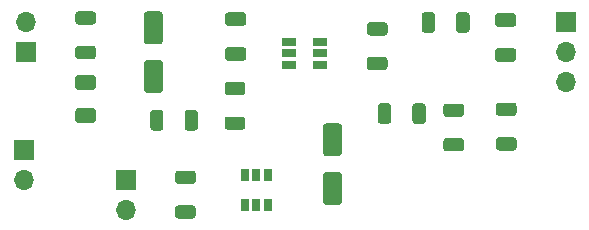
<source format=gbr>
%TF.GenerationSoftware,KiCad,Pcbnew,(5.1.9)-1*%
%TF.CreationDate,2021-06-29T18:38:44+03:00*%
%TF.ProjectId,driver,64726976-6572-42e6-9b69-6361645f7063,rev?*%
%TF.SameCoordinates,Original*%
%TF.FileFunction,Soldermask,Top*%
%TF.FilePolarity,Negative*%
%FSLAX46Y46*%
G04 Gerber Fmt 4.6, Leading zero omitted, Abs format (unit mm)*
G04 Created by KiCad (PCBNEW (5.1.9)-1) date 2021-06-29 18:38:44*
%MOMM*%
%LPD*%
G01*
G04 APERTURE LIST*
%ADD10R,1.700000X1.700000*%
%ADD11O,1.700000X1.700000*%
%ADD12R,1.220000X0.650000*%
%ADD13R,0.700000X1.000000*%
G04 APERTURE END LIST*
%TO.C,C1*%
G36*
G01*
X165796199Y-89313800D02*
X167096201Y-89313800D01*
G75*
G02*
X167346200Y-89563799I0J-249999D01*
G01*
X167346200Y-90213801D01*
G75*
G02*
X167096201Y-90463800I-249999J0D01*
G01*
X165796199Y-90463800D01*
G75*
G02*
X165546200Y-90213801I0J249999D01*
G01*
X165546200Y-89563799D01*
G75*
G02*
X165796199Y-89313800I249999J0D01*
G01*
G37*
G36*
G01*
X165796199Y-92263800D02*
X167096201Y-92263800D01*
G75*
G02*
X167346200Y-92513799I0J-249999D01*
G01*
X167346200Y-93163801D01*
G75*
G02*
X167096201Y-93413800I-249999J0D01*
G01*
X165796199Y-93413800D01*
G75*
G02*
X165546200Y-93163801I0J249999D01*
G01*
X165546200Y-92513799D01*
G75*
G02*
X165796199Y-92263800I249999J0D01*
G01*
G37*
%TD*%
%TO.C,C2*%
G36*
G01*
X151240400Y-98632600D02*
X152340400Y-98632600D01*
G75*
G02*
X152590400Y-98882600I0J-250000D01*
G01*
X152590400Y-101157600D01*
G75*
G02*
X152340400Y-101407600I-250000J0D01*
G01*
X151240400Y-101407600D01*
G75*
G02*
X150990400Y-101157600I0J250000D01*
G01*
X150990400Y-98882600D01*
G75*
G02*
X151240400Y-98632600I250000J0D01*
G01*
G37*
G36*
G01*
X151240400Y-102757600D02*
X152340400Y-102757600D01*
G75*
G02*
X152590400Y-103007600I0J-250000D01*
G01*
X152590400Y-105282600D01*
G75*
G02*
X152340400Y-105532600I-250000J0D01*
G01*
X151240400Y-105532600D01*
G75*
G02*
X150990400Y-105282600I0J250000D01*
G01*
X150990400Y-103007600D01*
G75*
G02*
X151240400Y-102757600I250000J0D01*
G01*
G37*
%TD*%
%TO.C,C3*%
G36*
G01*
X136076600Y-93283400D02*
X137176600Y-93283400D01*
G75*
G02*
X137426600Y-93533400I0J-250000D01*
G01*
X137426600Y-95808400D01*
G75*
G02*
X137176600Y-96058400I-250000J0D01*
G01*
X136076600Y-96058400D01*
G75*
G02*
X135826600Y-95808400I0J250000D01*
G01*
X135826600Y-93533400D01*
G75*
G02*
X136076600Y-93283400I250000J0D01*
G01*
G37*
G36*
G01*
X136076600Y-89158400D02*
X137176600Y-89158400D01*
G75*
G02*
X137426600Y-89408400I0J-250000D01*
G01*
X137426600Y-91683400D01*
G75*
G02*
X137176600Y-91933400I-250000J0D01*
G01*
X136076600Y-91933400D01*
G75*
G02*
X135826600Y-91683400I0J250000D01*
G01*
X135826600Y-89408400D01*
G75*
G02*
X136076600Y-89158400I250000J0D01*
G01*
G37*
%TD*%
%TO.C,C4*%
G36*
G01*
X142936199Y-92187600D02*
X144236201Y-92187600D01*
G75*
G02*
X144486200Y-92437599I0J-249999D01*
G01*
X144486200Y-93087601D01*
G75*
G02*
X144236201Y-93337600I-249999J0D01*
G01*
X142936199Y-93337600D01*
G75*
G02*
X142686200Y-93087601I0J249999D01*
G01*
X142686200Y-92437599D01*
G75*
G02*
X142936199Y-92187600I249999J0D01*
G01*
G37*
G36*
G01*
X142936199Y-89237600D02*
X144236201Y-89237600D01*
G75*
G02*
X144486200Y-89487599I0J-249999D01*
G01*
X144486200Y-90137601D01*
G75*
G02*
X144236201Y-90387600I-249999J0D01*
G01*
X142936199Y-90387600D01*
G75*
G02*
X142686200Y-90137601I0J249999D01*
G01*
X142686200Y-89487599D01*
G75*
G02*
X142936199Y-89237600I249999J0D01*
G01*
G37*
%TD*%
D10*
%TO.C,JLazer1*%
X171526200Y-90093800D03*
D11*
X171526200Y-92633800D03*
X171526200Y-95173800D03*
%TD*%
D10*
%TO.C,JPower1*%
X125806200Y-92633800D03*
D11*
X125806200Y-90093800D03*
%TD*%
D10*
%TO.C,JReg1*%
X134340600Y-103454200D03*
D11*
X134340600Y-105994200D03*
%TD*%
%TO.C,JSynchro1*%
X125679200Y-103403400D03*
D10*
X125679200Y-100863400D03*
%TD*%
D12*
%TO.C,Q1*%
X148092800Y-91760000D03*
X148092800Y-92710000D03*
X148092800Y-93660000D03*
X150712800Y-93660000D03*
X150712800Y-92710000D03*
X150712800Y-91760000D03*
%TD*%
D13*
%TO.C,Q2*%
X144388800Y-105567000D03*
X145338800Y-105567000D03*
X146288800Y-105567000D03*
X146288800Y-102967000D03*
X144388800Y-102967000D03*
X145338800Y-102967000D03*
%TD*%
%TO.C,R1*%
G36*
G01*
X130261199Y-89146300D02*
X131511201Y-89146300D01*
G75*
G02*
X131761200Y-89396299I0J-249999D01*
G01*
X131761200Y-90021301D01*
G75*
G02*
X131511201Y-90271300I-249999J0D01*
G01*
X130261199Y-90271300D01*
G75*
G02*
X130011200Y-90021301I0J249999D01*
G01*
X130011200Y-89396299D01*
G75*
G02*
X130261199Y-89146300I249999J0D01*
G01*
G37*
G36*
G01*
X130261199Y-92071300D02*
X131511201Y-92071300D01*
G75*
G02*
X131761200Y-92321299I0J-249999D01*
G01*
X131761200Y-92946301D01*
G75*
G02*
X131511201Y-93196300I-249999J0D01*
G01*
X130261199Y-93196300D01*
G75*
G02*
X130011200Y-92946301I0J249999D01*
G01*
X130011200Y-92321299D01*
G75*
G02*
X130261199Y-92071300I249999J0D01*
G01*
G37*
%TD*%
%TO.C,R2*%
G36*
G01*
X140404200Y-97749199D02*
X140404200Y-98999201D01*
G75*
G02*
X140154201Y-99249200I-249999J0D01*
G01*
X139529199Y-99249200D01*
G75*
G02*
X139279200Y-98999201I0J249999D01*
G01*
X139279200Y-97749199D01*
G75*
G02*
X139529199Y-97499200I249999J0D01*
G01*
X140154201Y-97499200D01*
G75*
G02*
X140404200Y-97749199I0J-249999D01*
G01*
G37*
G36*
G01*
X137479200Y-97749199D02*
X137479200Y-98999201D01*
G75*
G02*
X137229201Y-99249200I-249999J0D01*
G01*
X136604199Y-99249200D01*
G75*
G02*
X136354200Y-98999201I0J249999D01*
G01*
X136354200Y-97749199D01*
G75*
G02*
X136604199Y-97499200I249999J0D01*
G01*
X137229201Y-97499200D01*
G75*
G02*
X137479200Y-97749199I0J-249999D01*
G01*
G37*
%TD*%
%TO.C,R3*%
G36*
G01*
X144160401Y-99180000D02*
X142910399Y-99180000D01*
G75*
G02*
X142660400Y-98930001I0J249999D01*
G01*
X142660400Y-98304999D01*
G75*
G02*
X142910399Y-98055000I249999J0D01*
G01*
X144160401Y-98055000D01*
G75*
G02*
X144410400Y-98304999I0J-249999D01*
G01*
X144410400Y-98930001D01*
G75*
G02*
X144160401Y-99180000I-249999J0D01*
G01*
G37*
G36*
G01*
X144160401Y-96255000D02*
X142910399Y-96255000D01*
G75*
G02*
X142660400Y-96005001I0J249999D01*
G01*
X142660400Y-95379999D01*
G75*
G02*
X142910399Y-95130000I249999J0D01*
G01*
X144160401Y-95130000D01*
G75*
G02*
X144410400Y-95379999I0J-249999D01*
G01*
X144410400Y-96005001D01*
G75*
G02*
X144160401Y-96255000I-249999J0D01*
G01*
G37*
%TD*%
%TO.C,R4*%
G36*
G01*
X154949999Y-93000400D02*
X156200001Y-93000400D01*
G75*
G02*
X156450000Y-93250399I0J-249999D01*
G01*
X156450000Y-93875401D01*
G75*
G02*
X156200001Y-94125400I-249999J0D01*
G01*
X154949999Y-94125400D01*
G75*
G02*
X154700000Y-93875401I0J249999D01*
G01*
X154700000Y-93250399D01*
G75*
G02*
X154949999Y-93000400I249999J0D01*
G01*
G37*
G36*
G01*
X154949999Y-90075400D02*
X156200001Y-90075400D01*
G75*
G02*
X156450000Y-90325399I0J-249999D01*
G01*
X156450000Y-90950401D01*
G75*
G02*
X156200001Y-91200400I-249999J0D01*
G01*
X154949999Y-91200400D01*
G75*
G02*
X154700000Y-90950401I0J249999D01*
G01*
X154700000Y-90325399D01*
G75*
G02*
X154949999Y-90075400I249999J0D01*
G01*
G37*
%TD*%
%TO.C,R5*%
G36*
G01*
X156757800Y-97190399D02*
X156757800Y-98440401D01*
G75*
G02*
X156507801Y-98690400I-249999J0D01*
G01*
X155882799Y-98690400D01*
G75*
G02*
X155632800Y-98440401I0J249999D01*
G01*
X155632800Y-97190399D01*
G75*
G02*
X155882799Y-96940400I249999J0D01*
G01*
X156507801Y-96940400D01*
G75*
G02*
X156757800Y-97190399I0J-249999D01*
G01*
G37*
G36*
G01*
X159682800Y-97190399D02*
X159682800Y-98440401D01*
G75*
G02*
X159432801Y-98690400I-249999J0D01*
G01*
X158807799Y-98690400D01*
G75*
G02*
X158557800Y-98440401I0J249999D01*
G01*
X158557800Y-97190399D01*
G75*
G02*
X158807799Y-96940400I249999J0D01*
G01*
X159432801Y-96940400D01*
G75*
G02*
X159682800Y-97190399I0J-249999D01*
G01*
G37*
%TD*%
%TO.C,R6*%
G36*
G01*
X161426999Y-96958800D02*
X162677001Y-96958800D01*
G75*
G02*
X162927000Y-97208799I0J-249999D01*
G01*
X162927000Y-97833801D01*
G75*
G02*
X162677001Y-98083800I-249999J0D01*
G01*
X161426999Y-98083800D01*
G75*
G02*
X161177000Y-97833801I0J249999D01*
G01*
X161177000Y-97208799D01*
G75*
G02*
X161426999Y-96958800I249999J0D01*
G01*
G37*
G36*
G01*
X161426999Y-99883800D02*
X162677001Y-99883800D01*
G75*
G02*
X162927000Y-100133799I0J-249999D01*
G01*
X162927000Y-100758801D01*
G75*
G02*
X162677001Y-101008800I-249999J0D01*
G01*
X161426999Y-101008800D01*
G75*
G02*
X161177000Y-100758801I0J249999D01*
G01*
X161177000Y-100133799D01*
G75*
G02*
X161426999Y-99883800I249999J0D01*
G01*
G37*
%TD*%
%TO.C,R7*%
G36*
G01*
X165871999Y-99807600D02*
X167122001Y-99807600D01*
G75*
G02*
X167372000Y-100057599I0J-249999D01*
G01*
X167372000Y-100682601D01*
G75*
G02*
X167122001Y-100932600I-249999J0D01*
G01*
X165871999Y-100932600D01*
G75*
G02*
X165622000Y-100682601I0J249999D01*
G01*
X165622000Y-100057599D01*
G75*
G02*
X165871999Y-99807600I249999J0D01*
G01*
G37*
G36*
G01*
X165871999Y-96882600D02*
X167122001Y-96882600D01*
G75*
G02*
X167372000Y-97132599I0J-249999D01*
G01*
X167372000Y-97757601D01*
G75*
G02*
X167122001Y-98007600I-249999J0D01*
G01*
X165871999Y-98007600D01*
G75*
G02*
X165622000Y-97757601I0J249999D01*
G01*
X165622000Y-97132599D01*
G75*
G02*
X165871999Y-96882600I249999J0D01*
G01*
G37*
%TD*%
%TO.C,R9*%
G36*
G01*
X160466200Y-89468799D02*
X160466200Y-90718801D01*
G75*
G02*
X160216201Y-90968800I-249999J0D01*
G01*
X159591199Y-90968800D01*
G75*
G02*
X159341200Y-90718801I0J249999D01*
G01*
X159341200Y-89468799D01*
G75*
G02*
X159591199Y-89218800I249999J0D01*
G01*
X160216201Y-89218800D01*
G75*
G02*
X160466200Y-89468799I0J-249999D01*
G01*
G37*
G36*
G01*
X163391200Y-89468799D02*
X163391200Y-90718801D01*
G75*
G02*
X163141201Y-90968800I-249999J0D01*
G01*
X162516199Y-90968800D01*
G75*
G02*
X162266200Y-90718801I0J249999D01*
G01*
X162266200Y-89468799D01*
G75*
G02*
X162516199Y-89218800I249999J0D01*
G01*
X163141201Y-89218800D01*
G75*
G02*
X163391200Y-89468799I0J-249999D01*
G01*
G37*
%TD*%
%TO.C,LD1*%
G36*
G01*
X131511200Y-98598800D02*
X130261200Y-98598800D01*
G75*
G02*
X130011200Y-98348800I0J250000D01*
G01*
X130011200Y-97598800D01*
G75*
G02*
X130261200Y-97348800I250000J0D01*
G01*
X131511200Y-97348800D01*
G75*
G02*
X131761200Y-97598800I0J-250000D01*
G01*
X131761200Y-98348800D01*
G75*
G02*
X131511200Y-98598800I-250000J0D01*
G01*
G37*
G36*
G01*
X131511200Y-95798800D02*
X130261200Y-95798800D01*
G75*
G02*
X130011200Y-95548800I0J250000D01*
G01*
X130011200Y-94798800D01*
G75*
G02*
X130261200Y-94548800I250000J0D01*
G01*
X131511200Y-94548800D01*
G75*
G02*
X131761200Y-94798800I0J-250000D01*
G01*
X131761200Y-95548800D01*
G75*
G02*
X131511200Y-95798800I-250000J0D01*
G01*
G37*
%TD*%
%TO.C,R8*%
G36*
G01*
X138719399Y-102648400D02*
X139969401Y-102648400D01*
G75*
G02*
X140219400Y-102898399I0J-249999D01*
G01*
X140219400Y-103523401D01*
G75*
G02*
X139969401Y-103773400I-249999J0D01*
G01*
X138719399Y-103773400D01*
G75*
G02*
X138469400Y-103523401I0J249999D01*
G01*
X138469400Y-102898399D01*
G75*
G02*
X138719399Y-102648400I249999J0D01*
G01*
G37*
G36*
G01*
X138719399Y-105573400D02*
X139969401Y-105573400D01*
G75*
G02*
X140219400Y-105823399I0J-249999D01*
G01*
X140219400Y-106448401D01*
G75*
G02*
X139969401Y-106698400I-249999J0D01*
G01*
X138719399Y-106698400D01*
G75*
G02*
X138469400Y-106448401I0J249999D01*
G01*
X138469400Y-105823399D01*
G75*
G02*
X138719399Y-105573400I249999J0D01*
G01*
G37*
%TD*%
M02*

</source>
